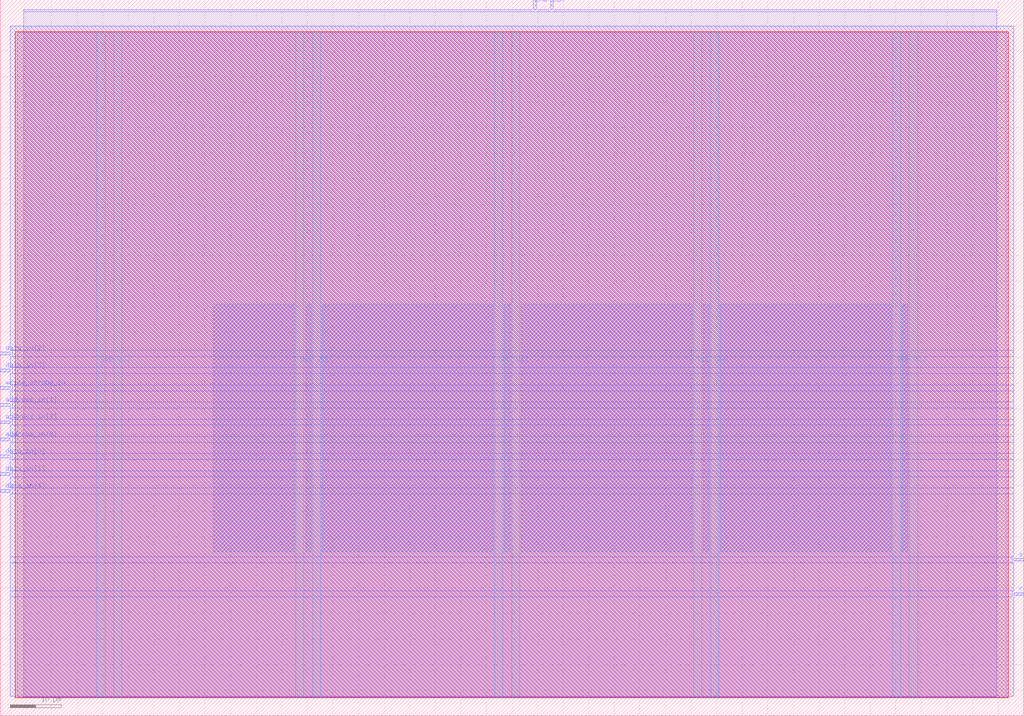
<source format=lef>
VERSION 5.7 ;
  NOWIREEXTENSIONATPIN ON ;
  DIVIDERCHAR "/" ;
  BUSBITCHARS "[]" ;
MACRO tiny_tonegen
  CLASS BLOCK ;
  FOREIGN tiny_tonegen ;
  ORIGIN 0.000 0.000 ;
  SIZE 200.000 BY 140.000 ;
  PIN VDD
    DIRECTION INOUT ;
    USE POWER ;
    PORT
      LAYER Metal4 ;
        RECT 18.880 3.620 20.480 133.580 ;
    END
    PORT
      LAYER Metal4 ;
        RECT 57.750 3.620 59.350 133.580 ;
    END
    PORT
      LAYER Metal4 ;
        RECT 96.620 3.620 98.220 133.580 ;
    END
    PORT
      LAYER Metal4 ;
        RECT 135.490 3.620 137.090 133.580 ;
    END
    PORT
      LAYER Metal4 ;
        RECT 174.360 3.620 175.960 133.580 ;
    END
  END VDD
  PIN VSS
    DIRECTION INOUT ;
    USE GROUND ;
    PORT
      LAYER Metal4 ;
        RECT 22.180 3.620 23.780 133.580 ;
    END
    PORT
      LAYER Metal4 ;
        RECT 61.050 3.620 62.650 133.580 ;
    END
    PORT
      LAYER Metal4 ;
        RECT 99.920 3.620 101.520 133.580 ;
    END
    PORT
      LAYER Metal4 ;
        RECT 138.790 3.620 140.390 133.580 ;
    END
    PORT
      LAYER Metal4 ;
        RECT 177.660 3.620 179.260 133.580 ;
    END
  END VSS
  PIN address_in[0]
    DIRECTION INPUT ;
    USE SIGNAL ;
    ANTENNAGATEAREA 0.741000 ;
    PORT
      LAYER Metal3 ;
        RECT 0.000 53.760 2.000 54.320 ;
    END
  END address_in[0]
  PIN address_in[1]
    DIRECTION INPUT ;
    USE SIGNAL ;
    ANTENNAGATEAREA 0.498500 ;
    PORT
      LAYER Metal3 ;
        RECT 0.000 60.480 2.000 61.040 ;
    END
  END address_in[1]
  PIN address_in[2]
    DIRECTION INPUT ;
    USE SIGNAL ;
    ANTENNAGATEAREA 0.726000 ;
    PORT
      LAYER Metal3 ;
        RECT 0.000 57.120 2.000 57.680 ;
    END
  END address_in[2]
  PIN clk
    DIRECTION INPUT ;
    USE SIGNAL ;
    ANTENNAGATEAREA 4.738000 ;
    PORT
      LAYER Metal2 ;
        RECT 107.520 138.000 108.080 140.000 ;
    END
  END clk
  PIN data_in[0]
    DIRECTION INPUT ;
    USE SIGNAL ;
    ANTENNAGATEAREA 0.498500 ;
    PORT
      LAYER Metal3 ;
        RECT 0.000 50.400 2.000 50.960 ;
    END
  END data_in[0]
  PIN data_in[1]
    DIRECTION INPUT ;
    USE SIGNAL ;
    ANTENNAGATEAREA 0.498500 ;
    PORT
      LAYER Metal3 ;
        RECT 0.000 47.040 2.000 47.600 ;
    END
  END data_in[1]
  PIN data_in[2]
    DIRECTION INPUT ;
    USE SIGNAL ;
    ANTENNAGATEAREA 0.741000 ;
    PORT
      LAYER Metal3 ;
        RECT 0.000 70.560 2.000 71.120 ;
    END
  END data_in[2]
  PIN data_in[3]
    DIRECTION INPUT ;
    USE SIGNAL ;
    ANTENNAGATEAREA 0.741000 ;
    PORT
      LAYER Metal3 ;
        RECT 0.000 67.200 2.000 67.760 ;
    END
  END data_in[3]
  PIN data_in[4]
    DIRECTION INPUT ;
    USE SIGNAL ;
    ANTENNAGATEAREA 0.741000 ;
    PORT
      LAYER Metal3 ;
        RECT 0.000 43.680 2.000 44.240 ;
    END
  END data_in[4]
  PIN ena
    DIRECTION INPUT ;
    USE SIGNAL ;
    ANTENNAGATEAREA 0.741000 ;
    PORT
      LAYER Metal2 ;
        RECT 104.160 138.000 104.720 140.000 ;
    END
  END ena
  PIN rst_n
    DIRECTION INPUT ;
    USE SIGNAL ;
    ANTENNAGATEAREA 0.741000 ;
    PORT
      LAYER Metal3 ;
        RECT 198.000 23.520 200.000 24.080 ;
    END
  END rst_n
  PIN signal_bit_out
    DIRECTION OUTPUT ;
    USE SIGNAL ;
    ANTENNADIFFAREA 1.060800 ;
    PORT
      LAYER Metal3 ;
        RECT 198.000 30.240 200.000 30.800 ;
    END
  END signal_bit_out
  PIN write_strobe_in
    DIRECTION INPUT ;
    USE SIGNAL ;
    ANTENNAGATEAREA 1.183000 ;
    PORT
      LAYER Metal3 ;
        RECT 0.000 63.840 2.000 64.400 ;
    END
  END write_strobe_in
  OBS
      LAYER Nwell ;
        RECT 2.930 3.490 196.990 133.710 ;
      LAYER Metal1 ;
        RECT 3.360 3.620 196.560 133.580 ;
      LAYER Metal2 ;
        RECT 4.620 137.700 103.860 138.000 ;
        RECT 105.020 137.700 107.220 138.000 ;
        RECT 108.380 137.700 194.740 138.000 ;
        RECT 4.620 3.730 194.740 137.700 ;
      LAYER Metal3 ;
        RECT 2.000 71.420 198.000 134.820 ;
        RECT 2.300 70.260 198.000 71.420 ;
        RECT 2.000 68.060 198.000 70.260 ;
        RECT 2.300 66.900 198.000 68.060 ;
        RECT 2.000 64.700 198.000 66.900 ;
        RECT 2.300 63.540 198.000 64.700 ;
        RECT 2.000 61.340 198.000 63.540 ;
        RECT 2.300 60.180 198.000 61.340 ;
        RECT 2.000 57.980 198.000 60.180 ;
        RECT 2.300 56.820 198.000 57.980 ;
        RECT 2.000 54.620 198.000 56.820 ;
        RECT 2.300 53.460 198.000 54.620 ;
        RECT 2.000 51.260 198.000 53.460 ;
        RECT 2.300 50.100 198.000 51.260 ;
        RECT 2.000 47.900 198.000 50.100 ;
        RECT 2.300 46.740 198.000 47.900 ;
        RECT 2.000 44.540 198.000 46.740 ;
        RECT 2.300 43.380 198.000 44.540 ;
        RECT 2.000 31.100 198.000 43.380 ;
        RECT 2.000 29.940 197.700 31.100 ;
        RECT 2.000 24.380 198.000 29.940 ;
        RECT 2.000 23.220 197.700 24.380 ;
        RECT 2.000 3.780 198.000 23.220 ;
      LAYER Metal4 ;
        RECT 41.580 32.010 57.450 80.550 ;
        RECT 59.650 32.010 60.750 80.550 ;
        RECT 62.950 32.010 96.320 80.550 ;
        RECT 98.520 32.010 99.620 80.550 ;
        RECT 101.820 32.010 135.190 80.550 ;
        RECT 137.390 32.010 138.490 80.550 ;
        RECT 140.690 32.010 174.060 80.550 ;
        RECT 176.260 32.010 177.360 80.550 ;
  END
END tiny_tonegen
END LIBRARY


</source>
